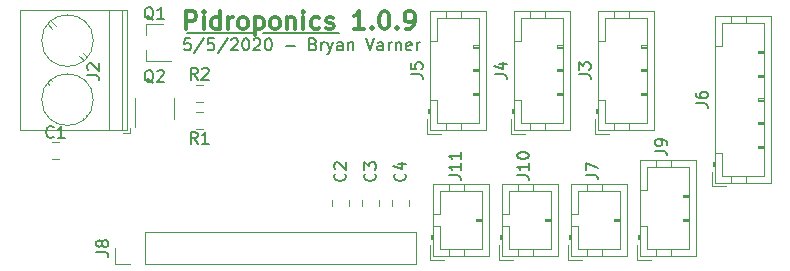
<source format=gto>
G04 #@! TF.GenerationSoftware,KiCad,Pcbnew,5.1.5+dfsg1-2build2*
G04 #@! TF.CreationDate,2020-05-27T11:23:31-04:00*
G04 #@! TF.ProjectId,pidroponic_uHAT,70696472-6f70-46f6-9e69-635f75484154,1.0*
G04 #@! TF.SameCoordinates,Original*
G04 #@! TF.FileFunction,Legend,Top*
G04 #@! TF.FilePolarity,Positive*
%FSLAX46Y46*%
G04 Gerber Fmt 4.6, Leading zero omitted, Abs format (unit mm)*
G04 Created by KiCad (PCBNEW 5.1.5+dfsg1-2build2) date 2020-05-27 11:23:31*
%MOMM*%
%LPD*%
G04 APERTURE LIST*
%ADD10C,0.150000*%
%ADD11C,0.375000*%
%ADD12C,0.120000*%
G04 APERTURE END LIST*
D10*
X138624986Y-100598788D02*
X145035000Y-100600500D01*
X132169388Y-100595847D02*
X137742542Y-100595847D01*
X132431428Y-101068880D02*
X131955238Y-101068880D01*
X131907619Y-101545071D01*
X131955238Y-101497452D01*
X132050476Y-101449833D01*
X132288571Y-101449833D01*
X132383809Y-101497452D01*
X132431428Y-101545071D01*
X132479047Y-101640309D01*
X132479047Y-101878404D01*
X132431428Y-101973642D01*
X132383809Y-102021261D01*
X132288571Y-102068880D01*
X132050476Y-102068880D01*
X131955238Y-102021261D01*
X131907619Y-101973642D01*
X133621904Y-101021261D02*
X132764761Y-102306976D01*
X134431428Y-101068880D02*
X133955238Y-101068880D01*
X133907619Y-101545071D01*
X133955238Y-101497452D01*
X134050476Y-101449833D01*
X134288571Y-101449833D01*
X134383809Y-101497452D01*
X134431428Y-101545071D01*
X134479047Y-101640309D01*
X134479047Y-101878404D01*
X134431428Y-101973642D01*
X134383809Y-102021261D01*
X134288571Y-102068880D01*
X134050476Y-102068880D01*
X133955238Y-102021261D01*
X133907619Y-101973642D01*
X135621904Y-101021261D02*
X134764761Y-102306976D01*
X135907619Y-101164119D02*
X135955238Y-101116500D01*
X136050476Y-101068880D01*
X136288571Y-101068880D01*
X136383809Y-101116500D01*
X136431428Y-101164119D01*
X136479047Y-101259357D01*
X136479047Y-101354595D01*
X136431428Y-101497452D01*
X135860000Y-102068880D01*
X136479047Y-102068880D01*
X137098095Y-101068880D02*
X137193333Y-101068880D01*
X137288571Y-101116500D01*
X137336190Y-101164119D01*
X137383809Y-101259357D01*
X137431428Y-101449833D01*
X137431428Y-101687928D01*
X137383809Y-101878404D01*
X137336190Y-101973642D01*
X137288571Y-102021261D01*
X137193333Y-102068880D01*
X137098095Y-102068880D01*
X137002857Y-102021261D01*
X136955238Y-101973642D01*
X136907619Y-101878404D01*
X136860000Y-101687928D01*
X136860000Y-101449833D01*
X136907619Y-101259357D01*
X136955238Y-101164119D01*
X137002857Y-101116500D01*
X137098095Y-101068880D01*
X137812380Y-101164119D02*
X137860000Y-101116500D01*
X137955238Y-101068880D01*
X138193333Y-101068880D01*
X138288571Y-101116500D01*
X138336190Y-101164119D01*
X138383809Y-101259357D01*
X138383809Y-101354595D01*
X138336190Y-101497452D01*
X137764761Y-102068880D01*
X138383809Y-102068880D01*
X139002857Y-101068880D02*
X139098095Y-101068880D01*
X139193333Y-101116500D01*
X139240952Y-101164119D01*
X139288571Y-101259357D01*
X139336190Y-101449833D01*
X139336190Y-101687928D01*
X139288571Y-101878404D01*
X139240952Y-101973642D01*
X139193333Y-102021261D01*
X139098095Y-102068880D01*
X139002857Y-102068880D01*
X138907619Y-102021261D01*
X138860000Y-101973642D01*
X138812380Y-101878404D01*
X138764761Y-101687928D01*
X138764761Y-101449833D01*
X138812380Y-101259357D01*
X138860000Y-101164119D01*
X138907619Y-101116500D01*
X139002857Y-101068880D01*
X140526666Y-101687928D02*
X141288571Y-101687928D01*
X142860000Y-101545071D02*
X143002857Y-101592690D01*
X143050476Y-101640309D01*
X143098095Y-101735547D01*
X143098095Y-101878404D01*
X143050476Y-101973642D01*
X143002857Y-102021261D01*
X142907619Y-102068880D01*
X142526666Y-102068880D01*
X142526666Y-101068880D01*
X142860000Y-101068880D01*
X142955238Y-101116500D01*
X143002857Y-101164119D01*
X143050476Y-101259357D01*
X143050476Y-101354595D01*
X143002857Y-101449833D01*
X142955238Y-101497452D01*
X142860000Y-101545071D01*
X142526666Y-101545071D01*
X143526666Y-102068880D02*
X143526666Y-101402214D01*
X143526666Y-101592690D02*
X143574285Y-101497452D01*
X143621904Y-101449833D01*
X143717142Y-101402214D01*
X143812380Y-101402214D01*
X144050476Y-101402214D02*
X144288571Y-102068880D01*
X144526666Y-101402214D02*
X144288571Y-102068880D01*
X144193333Y-102306976D01*
X144145714Y-102354595D01*
X144050476Y-102402214D01*
X145336190Y-102068880D02*
X145336190Y-101545071D01*
X145288571Y-101449833D01*
X145193333Y-101402214D01*
X145002857Y-101402214D01*
X144907619Y-101449833D01*
X145336190Y-102021261D02*
X145240952Y-102068880D01*
X145002857Y-102068880D01*
X144907619Y-102021261D01*
X144860000Y-101926023D01*
X144860000Y-101830785D01*
X144907619Y-101735547D01*
X145002857Y-101687928D01*
X145240952Y-101687928D01*
X145336190Y-101640309D01*
X145812380Y-101402214D02*
X145812380Y-102068880D01*
X145812380Y-101497452D02*
X145860000Y-101449833D01*
X145955238Y-101402214D01*
X146098095Y-101402214D01*
X146193333Y-101449833D01*
X146240952Y-101545071D01*
X146240952Y-102068880D01*
X147336190Y-101068880D02*
X147669523Y-102068880D01*
X148002857Y-101068880D01*
X148764761Y-102068880D02*
X148764761Y-101545071D01*
X148717142Y-101449833D01*
X148621904Y-101402214D01*
X148431428Y-101402214D01*
X148336190Y-101449833D01*
X148764761Y-102021261D02*
X148669523Y-102068880D01*
X148431428Y-102068880D01*
X148336190Y-102021261D01*
X148288571Y-101926023D01*
X148288571Y-101830785D01*
X148336190Y-101735547D01*
X148431428Y-101687928D01*
X148669523Y-101687928D01*
X148764761Y-101640309D01*
X149240952Y-102068880D02*
X149240952Y-101402214D01*
X149240952Y-101592690D02*
X149288571Y-101497452D01*
X149336190Y-101449833D01*
X149431428Y-101402214D01*
X149526666Y-101402214D01*
X149860000Y-101402214D02*
X149860000Y-102068880D01*
X149860000Y-101497452D02*
X149907619Y-101449833D01*
X150002857Y-101402214D01*
X150145714Y-101402214D01*
X150240952Y-101449833D01*
X150288571Y-101545071D01*
X150288571Y-102068880D01*
X151145714Y-102021261D02*
X151050476Y-102068880D01*
X150860000Y-102068880D01*
X150764761Y-102021261D01*
X150717142Y-101926023D01*
X150717142Y-101545071D01*
X150764761Y-101449833D01*
X150860000Y-101402214D01*
X151050476Y-101402214D01*
X151145714Y-101449833D01*
X151193333Y-101545071D01*
X151193333Y-101640309D01*
X150717142Y-101735547D01*
X151621904Y-102068880D02*
X151621904Y-101402214D01*
X151621904Y-101592690D02*
X151669523Y-101497452D01*
X151717142Y-101449833D01*
X151812380Y-101402214D01*
X151907619Y-101402214D01*
D11*
X132090142Y-100263071D02*
X132090142Y-98763071D01*
X132661571Y-98763071D01*
X132804428Y-98834500D01*
X132875857Y-98905928D01*
X132947285Y-99048785D01*
X132947285Y-99263071D01*
X132875857Y-99405928D01*
X132804428Y-99477357D01*
X132661571Y-99548785D01*
X132090142Y-99548785D01*
X133590142Y-100263071D02*
X133590142Y-99263071D01*
X133590142Y-98763071D02*
X133518714Y-98834500D01*
X133590142Y-98905928D01*
X133661571Y-98834500D01*
X133590142Y-98763071D01*
X133590142Y-98905928D01*
X134947285Y-100263071D02*
X134947285Y-98763071D01*
X134947285Y-100191642D02*
X134804428Y-100263071D01*
X134518714Y-100263071D01*
X134375857Y-100191642D01*
X134304428Y-100120214D01*
X134233000Y-99977357D01*
X134233000Y-99548785D01*
X134304428Y-99405928D01*
X134375857Y-99334500D01*
X134518714Y-99263071D01*
X134804428Y-99263071D01*
X134947285Y-99334500D01*
X135661571Y-100263071D02*
X135661571Y-99263071D01*
X135661571Y-99548785D02*
X135733000Y-99405928D01*
X135804428Y-99334500D01*
X135947285Y-99263071D01*
X136090142Y-99263071D01*
X136804428Y-100263071D02*
X136661571Y-100191642D01*
X136590142Y-100120214D01*
X136518714Y-99977357D01*
X136518714Y-99548785D01*
X136590142Y-99405928D01*
X136661571Y-99334500D01*
X136804428Y-99263071D01*
X137018714Y-99263071D01*
X137161571Y-99334500D01*
X137233000Y-99405928D01*
X137304428Y-99548785D01*
X137304428Y-99977357D01*
X137233000Y-100120214D01*
X137161571Y-100191642D01*
X137018714Y-100263071D01*
X136804428Y-100263071D01*
X137947285Y-99263071D02*
X137947285Y-100763071D01*
X137947285Y-99334500D02*
X138090142Y-99263071D01*
X138375857Y-99263071D01*
X138518714Y-99334500D01*
X138590142Y-99405928D01*
X138661571Y-99548785D01*
X138661571Y-99977357D01*
X138590142Y-100120214D01*
X138518714Y-100191642D01*
X138375857Y-100263071D01*
X138090142Y-100263071D01*
X137947285Y-100191642D01*
X139518714Y-100263071D02*
X139375857Y-100191642D01*
X139304428Y-100120214D01*
X139233000Y-99977357D01*
X139233000Y-99548785D01*
X139304428Y-99405928D01*
X139375857Y-99334500D01*
X139518714Y-99263071D01*
X139733000Y-99263071D01*
X139875857Y-99334500D01*
X139947285Y-99405928D01*
X140018714Y-99548785D01*
X140018714Y-99977357D01*
X139947285Y-100120214D01*
X139875857Y-100191642D01*
X139733000Y-100263071D01*
X139518714Y-100263071D01*
X140661571Y-99263071D02*
X140661571Y-100263071D01*
X140661571Y-99405928D02*
X140733000Y-99334500D01*
X140875857Y-99263071D01*
X141090142Y-99263071D01*
X141233000Y-99334500D01*
X141304428Y-99477357D01*
X141304428Y-100263071D01*
X142018714Y-100263071D02*
X142018714Y-99263071D01*
X142018714Y-98763071D02*
X141947285Y-98834500D01*
X142018714Y-98905928D01*
X142090142Y-98834500D01*
X142018714Y-98763071D01*
X142018714Y-98905928D01*
X143375857Y-100191642D02*
X143233000Y-100263071D01*
X142947285Y-100263071D01*
X142804428Y-100191642D01*
X142733000Y-100120214D01*
X142661571Y-99977357D01*
X142661571Y-99548785D01*
X142733000Y-99405928D01*
X142804428Y-99334500D01*
X142947285Y-99263071D01*
X143233000Y-99263071D01*
X143375857Y-99334500D01*
X143947285Y-100191642D02*
X144090142Y-100263071D01*
X144375857Y-100263071D01*
X144518714Y-100191642D01*
X144590142Y-100048785D01*
X144590142Y-99977357D01*
X144518714Y-99834500D01*
X144375857Y-99763071D01*
X144161571Y-99763071D01*
X144018714Y-99691642D01*
X143947285Y-99548785D01*
X143947285Y-99477357D01*
X144018714Y-99334500D01*
X144161571Y-99263071D01*
X144375857Y-99263071D01*
X144518714Y-99334500D01*
X147161571Y-100263071D02*
X146304428Y-100263071D01*
X146733000Y-100263071D02*
X146733000Y-98763071D01*
X146590142Y-98977357D01*
X146447285Y-99120214D01*
X146304428Y-99191642D01*
X147804428Y-100120214D02*
X147875857Y-100191642D01*
X147804428Y-100263071D01*
X147733000Y-100191642D01*
X147804428Y-100120214D01*
X147804428Y-100263071D01*
X148804428Y-98763071D02*
X148947285Y-98763071D01*
X149090142Y-98834500D01*
X149161571Y-98905928D01*
X149233000Y-99048785D01*
X149304428Y-99334500D01*
X149304428Y-99691642D01*
X149233000Y-99977357D01*
X149161571Y-100120214D01*
X149090142Y-100191642D01*
X148947285Y-100263071D01*
X148804428Y-100263071D01*
X148661571Y-100191642D01*
X148590142Y-100120214D01*
X148518714Y-99977357D01*
X148447285Y-99691642D01*
X148447285Y-99334500D01*
X148518714Y-99048785D01*
X148590142Y-98905928D01*
X148661571Y-98834500D01*
X148804428Y-98763071D01*
X149947285Y-100120214D02*
X150018714Y-100191642D01*
X149947285Y-100263071D01*
X149875857Y-100191642D01*
X149947285Y-100120214D01*
X149947285Y-100263071D01*
X150733000Y-100263071D02*
X151018714Y-100263071D01*
X151161571Y-100191642D01*
X151233000Y-100120214D01*
X151375857Y-99905928D01*
X151447285Y-99620214D01*
X151447285Y-99048785D01*
X151375857Y-98905928D01*
X151304428Y-98834500D01*
X151161571Y-98763071D01*
X150875857Y-98763071D01*
X150733000Y-98834500D01*
X150661571Y-98905928D01*
X150590142Y-99048785D01*
X150590142Y-99405928D01*
X150661571Y-99548785D01*
X150733000Y-99620214D01*
X150875857Y-99691642D01*
X151161571Y-99691642D01*
X151304428Y-99620214D01*
X151375857Y-99548785D01*
X151447285Y-99405928D01*
D12*
X126052000Y-120148000D02*
X126052000Y-118818000D01*
X127382000Y-120148000D02*
X126052000Y-120148000D01*
X128652000Y-120148000D02*
X128652000Y-117488000D01*
X128652000Y-117488000D02*
X151572000Y-117488000D01*
X128652000Y-120148000D02*
X151572000Y-120148000D01*
X151572000Y-120148000D02*
X151572000Y-117488000D01*
X132965422Y-106454000D02*
X133482578Y-106454000D01*
X132965422Y-105034000D02*
X133482578Y-105034000D01*
X152704000Y-119788000D02*
X153954000Y-119788000D01*
X152704000Y-118538000D02*
X152704000Y-119788000D01*
X157114000Y-116428000D02*
X156614000Y-116428000D01*
X156614000Y-116328000D02*
X157114000Y-116328000D01*
X156614000Y-116528000D02*
X156614000Y-116328000D01*
X157114000Y-116528000D02*
X156614000Y-116528000D01*
X155614000Y-113368000D02*
X155614000Y-113978000D01*
X154314000Y-113368000D02*
X154314000Y-113978000D01*
X155614000Y-119488000D02*
X155614000Y-118878000D01*
X154314000Y-119488000D02*
X154314000Y-118878000D01*
X153614000Y-115928000D02*
X153004000Y-115928000D01*
X153614000Y-113978000D02*
X153614000Y-115928000D01*
X157114000Y-113978000D02*
X153614000Y-113978000D01*
X157114000Y-118878000D02*
X157114000Y-113978000D01*
X153614000Y-118878000D02*
X157114000Y-118878000D01*
X153614000Y-116928000D02*
X153614000Y-118878000D01*
X153004000Y-116928000D02*
X153614000Y-116928000D01*
X152904000Y-117728000D02*
X152904000Y-118028000D01*
X152804000Y-118028000D02*
X153004000Y-118028000D01*
X152804000Y-117728000D02*
X152804000Y-118028000D01*
X153004000Y-117728000D02*
X152804000Y-117728000D01*
X153004000Y-113368000D02*
X153004000Y-119488000D01*
X157724000Y-113368000D02*
X153004000Y-113368000D01*
X157724000Y-119488000D02*
X157724000Y-113368000D01*
X153004000Y-119488000D02*
X157724000Y-119488000D01*
X158546000Y-119788000D02*
X159796000Y-119788000D01*
X158546000Y-118538000D02*
X158546000Y-119788000D01*
X162956000Y-116428000D02*
X162456000Y-116428000D01*
X162456000Y-116328000D02*
X162956000Y-116328000D01*
X162456000Y-116528000D02*
X162456000Y-116328000D01*
X162956000Y-116528000D02*
X162456000Y-116528000D01*
X161456000Y-113368000D02*
X161456000Y-113978000D01*
X160156000Y-113368000D02*
X160156000Y-113978000D01*
X161456000Y-119488000D02*
X161456000Y-118878000D01*
X160156000Y-119488000D02*
X160156000Y-118878000D01*
X159456000Y-115928000D02*
X158846000Y-115928000D01*
X159456000Y-113978000D02*
X159456000Y-115928000D01*
X162956000Y-113978000D02*
X159456000Y-113978000D01*
X162956000Y-118878000D02*
X162956000Y-113978000D01*
X159456000Y-118878000D02*
X162956000Y-118878000D01*
X159456000Y-116928000D02*
X159456000Y-118878000D01*
X158846000Y-116928000D02*
X159456000Y-116928000D01*
X158746000Y-117728000D02*
X158746000Y-118028000D01*
X158646000Y-118028000D02*
X158846000Y-118028000D01*
X158646000Y-117728000D02*
X158646000Y-118028000D01*
X158846000Y-117728000D02*
X158646000Y-117728000D01*
X158846000Y-113368000D02*
X158846000Y-119488000D01*
X163566000Y-113368000D02*
X158846000Y-113368000D01*
X163566000Y-119488000D02*
X163566000Y-113368000D01*
X158846000Y-119488000D02*
X163566000Y-119488000D01*
X170230000Y-119788000D02*
X171480000Y-119788000D01*
X170230000Y-118538000D02*
X170230000Y-119788000D01*
X174640000Y-114428000D02*
X174140000Y-114428000D01*
X174140000Y-114328000D02*
X174640000Y-114328000D01*
X174140000Y-114528000D02*
X174140000Y-114328000D01*
X174640000Y-114528000D02*
X174140000Y-114528000D01*
X174640000Y-116428000D02*
X174140000Y-116428000D01*
X174140000Y-116328000D02*
X174640000Y-116328000D01*
X174140000Y-116528000D02*
X174140000Y-116328000D01*
X174640000Y-116528000D02*
X174140000Y-116528000D01*
X173140000Y-111368000D02*
X173140000Y-111978000D01*
X171840000Y-111368000D02*
X171840000Y-111978000D01*
X173140000Y-119488000D02*
X173140000Y-118878000D01*
X171840000Y-119488000D02*
X171840000Y-118878000D01*
X171140000Y-113928000D02*
X170530000Y-113928000D01*
X171140000Y-111978000D02*
X171140000Y-113928000D01*
X174640000Y-111978000D02*
X171140000Y-111978000D01*
X174640000Y-118878000D02*
X174640000Y-111978000D01*
X171140000Y-118878000D02*
X174640000Y-118878000D01*
X171140000Y-116928000D02*
X171140000Y-118878000D01*
X170530000Y-116928000D02*
X171140000Y-116928000D01*
X170430000Y-117728000D02*
X170430000Y-118028000D01*
X170330000Y-118028000D02*
X170530000Y-118028000D01*
X170330000Y-117728000D02*
X170330000Y-118028000D01*
X170530000Y-117728000D02*
X170330000Y-117728000D01*
X170530000Y-111368000D02*
X170530000Y-119488000D01*
X175250000Y-111368000D02*
X170530000Y-111368000D01*
X175250000Y-119488000D02*
X175250000Y-111368000D01*
X170530000Y-119488000D02*
X175250000Y-119488000D01*
X164388000Y-119788000D02*
X165638000Y-119788000D01*
X164388000Y-118538000D02*
X164388000Y-119788000D01*
X168798000Y-116428000D02*
X168298000Y-116428000D01*
X168298000Y-116328000D02*
X168798000Y-116328000D01*
X168298000Y-116528000D02*
X168298000Y-116328000D01*
X168798000Y-116528000D02*
X168298000Y-116528000D01*
X167298000Y-113368000D02*
X167298000Y-113978000D01*
X165998000Y-113368000D02*
X165998000Y-113978000D01*
X167298000Y-119488000D02*
X167298000Y-118878000D01*
X165998000Y-119488000D02*
X165998000Y-118878000D01*
X165298000Y-115928000D02*
X164688000Y-115928000D01*
X165298000Y-113978000D02*
X165298000Y-115928000D01*
X168798000Y-113978000D02*
X165298000Y-113978000D01*
X168798000Y-118878000D02*
X168798000Y-113978000D01*
X165298000Y-118878000D02*
X168798000Y-118878000D01*
X165298000Y-116928000D02*
X165298000Y-118878000D01*
X164688000Y-116928000D02*
X165298000Y-116928000D01*
X164588000Y-117728000D02*
X164588000Y-118028000D01*
X164488000Y-118028000D02*
X164688000Y-118028000D01*
X164488000Y-117728000D02*
X164488000Y-118028000D01*
X164688000Y-117728000D02*
X164488000Y-117728000D01*
X164688000Y-113368000D02*
X164688000Y-119488000D01*
X169408000Y-113368000D02*
X164688000Y-113368000D01*
X169408000Y-119488000D02*
X169408000Y-113368000D01*
X164688000Y-119488000D02*
X169408000Y-119488000D01*
X150952000Y-115273578D02*
X150952000Y-114756422D01*
X149532000Y-115273578D02*
X149532000Y-114756422D01*
X148412000Y-115273578D02*
X148412000Y-114756422D01*
X146992000Y-115273578D02*
X146992000Y-114756422D01*
X145872000Y-115273578D02*
X145872000Y-114756422D01*
X144452000Y-115273578D02*
X144452000Y-114756422D01*
X121290578Y-109860000D02*
X120773422Y-109860000D01*
X121290578Y-111280000D02*
X120773422Y-111280000D01*
X128654000Y-99846000D02*
X130114000Y-99846000D01*
X128654000Y-103006000D02*
X130814000Y-103006000D01*
X128654000Y-103006000D02*
X128654000Y-102076000D01*
X128654000Y-99846000D02*
X128654000Y-100776000D01*
X124228000Y-106252000D02*
G75*
G03X124228000Y-106252000I-2180000J0D01*
G01*
X124228000Y-101252000D02*
G75*
G03X124228000Y-101252000I-2180000J0D01*
G01*
X126648000Y-108812000D02*
X126648000Y-98692000D01*
X125548000Y-108812000D02*
X125548000Y-98692000D01*
X117988000Y-108812000D02*
X117988000Y-98692000D01*
X127108000Y-108812000D02*
X127108000Y-98692000D01*
X117988000Y-108812000D02*
X127108000Y-108812000D01*
X117988000Y-98692000D02*
X127108000Y-98692000D01*
X120660000Y-104598000D02*
X120767000Y-104705000D01*
X123595000Y-107534000D02*
X123702000Y-107640000D01*
X120394000Y-104864000D02*
X120501000Y-104971000D01*
X123329000Y-107800000D02*
X123436000Y-107906000D01*
X120660000Y-99598000D02*
X121056000Y-99993000D01*
X123322000Y-102259000D02*
X123702000Y-102639000D01*
X120394000Y-99864000D02*
X120774000Y-100244000D01*
X123040000Y-102510000D02*
X123436000Y-102905000D01*
X126708000Y-109052000D02*
X127348000Y-109052000D01*
X127348000Y-109052000D02*
X127348000Y-108652000D01*
X166674000Y-109120000D02*
X167924000Y-109120000D01*
X166674000Y-107870000D02*
X166674000Y-109120000D01*
X171084000Y-101760000D02*
X170584000Y-101760000D01*
X170584000Y-101660000D02*
X171084000Y-101660000D01*
X170584000Y-101860000D02*
X170584000Y-101660000D01*
X171084000Y-101860000D02*
X170584000Y-101860000D01*
X171084000Y-103760000D02*
X170584000Y-103760000D01*
X170584000Y-103660000D02*
X171084000Y-103660000D01*
X170584000Y-103860000D02*
X170584000Y-103660000D01*
X171084000Y-103860000D02*
X170584000Y-103860000D01*
X171084000Y-105760000D02*
X170584000Y-105760000D01*
X170584000Y-105660000D02*
X171084000Y-105660000D01*
X170584000Y-105860000D02*
X170584000Y-105660000D01*
X171084000Y-105860000D02*
X170584000Y-105860000D01*
X169584000Y-98700000D02*
X169584000Y-99310000D01*
X168284000Y-98700000D02*
X168284000Y-99310000D01*
X169584000Y-108820000D02*
X169584000Y-108210000D01*
X168284000Y-108820000D02*
X168284000Y-108210000D01*
X167584000Y-101260000D02*
X166974000Y-101260000D01*
X167584000Y-99310000D02*
X167584000Y-101260000D01*
X171084000Y-99310000D02*
X167584000Y-99310000D01*
X171084000Y-108210000D02*
X171084000Y-99310000D01*
X167584000Y-108210000D02*
X171084000Y-108210000D01*
X167584000Y-106260000D02*
X167584000Y-108210000D01*
X166974000Y-106260000D02*
X167584000Y-106260000D01*
X166874000Y-107060000D02*
X166874000Y-107360000D01*
X166774000Y-107360000D02*
X166974000Y-107360000D01*
X166774000Y-107060000D02*
X166774000Y-107360000D01*
X166974000Y-107060000D02*
X166774000Y-107060000D01*
X166974000Y-98700000D02*
X166974000Y-108820000D01*
X171694000Y-98700000D02*
X166974000Y-98700000D01*
X171694000Y-108820000D02*
X171694000Y-98700000D01*
X166974000Y-108820000D02*
X171694000Y-108820000D01*
X152450000Y-109120000D02*
X153700000Y-109120000D01*
X152450000Y-107870000D02*
X152450000Y-109120000D01*
X156860000Y-101760000D02*
X156360000Y-101760000D01*
X156360000Y-101660000D02*
X156860000Y-101660000D01*
X156360000Y-101860000D02*
X156360000Y-101660000D01*
X156860000Y-101860000D02*
X156360000Y-101860000D01*
X156860000Y-103760000D02*
X156360000Y-103760000D01*
X156360000Y-103660000D02*
X156860000Y-103660000D01*
X156360000Y-103860000D02*
X156360000Y-103660000D01*
X156860000Y-103860000D02*
X156360000Y-103860000D01*
X156860000Y-105760000D02*
X156360000Y-105760000D01*
X156360000Y-105660000D02*
X156860000Y-105660000D01*
X156360000Y-105860000D02*
X156360000Y-105660000D01*
X156860000Y-105860000D02*
X156360000Y-105860000D01*
X155360000Y-98700000D02*
X155360000Y-99310000D01*
X154060000Y-98700000D02*
X154060000Y-99310000D01*
X155360000Y-108820000D02*
X155360000Y-108210000D01*
X154060000Y-108820000D02*
X154060000Y-108210000D01*
X153360000Y-101260000D02*
X152750000Y-101260000D01*
X153360000Y-99310000D02*
X153360000Y-101260000D01*
X156860000Y-99310000D02*
X153360000Y-99310000D01*
X156860000Y-108210000D02*
X156860000Y-99310000D01*
X153360000Y-108210000D02*
X156860000Y-108210000D01*
X153360000Y-106260000D02*
X153360000Y-108210000D01*
X152750000Y-106260000D02*
X153360000Y-106260000D01*
X152650000Y-107060000D02*
X152650000Y-107360000D01*
X152550000Y-107360000D02*
X152750000Y-107360000D01*
X152550000Y-107060000D02*
X152550000Y-107360000D01*
X152750000Y-107060000D02*
X152550000Y-107060000D01*
X152750000Y-98700000D02*
X152750000Y-108820000D01*
X157470000Y-98700000D02*
X152750000Y-98700000D01*
X157470000Y-108820000D02*
X157470000Y-98700000D01*
X152750000Y-108820000D02*
X157470000Y-108820000D01*
X176580000Y-113596000D02*
X177830000Y-113596000D01*
X176580000Y-112346000D02*
X176580000Y-113596000D01*
X180990000Y-102236000D02*
X180490000Y-102236000D01*
X180490000Y-102136000D02*
X180990000Y-102136000D01*
X180490000Y-102336000D02*
X180490000Y-102136000D01*
X180990000Y-102336000D02*
X180490000Y-102336000D01*
X180990000Y-104236000D02*
X180490000Y-104236000D01*
X180490000Y-104136000D02*
X180990000Y-104136000D01*
X180490000Y-104336000D02*
X180490000Y-104136000D01*
X180990000Y-104336000D02*
X180490000Y-104336000D01*
X180990000Y-106236000D02*
X180490000Y-106236000D01*
X180490000Y-106136000D02*
X180990000Y-106136000D01*
X180490000Y-106336000D02*
X180490000Y-106136000D01*
X180990000Y-106336000D02*
X180490000Y-106336000D01*
X180990000Y-108236000D02*
X180490000Y-108236000D01*
X180490000Y-108136000D02*
X180990000Y-108136000D01*
X180490000Y-108336000D02*
X180490000Y-108136000D01*
X180990000Y-108336000D02*
X180490000Y-108336000D01*
X180990000Y-110236000D02*
X180490000Y-110236000D01*
X180490000Y-110136000D02*
X180990000Y-110136000D01*
X180490000Y-110336000D02*
X180490000Y-110136000D01*
X180990000Y-110336000D02*
X180490000Y-110336000D01*
X179490000Y-99176000D02*
X179490000Y-99786000D01*
X178190000Y-99176000D02*
X178190000Y-99786000D01*
X179490000Y-113296000D02*
X179490000Y-112686000D01*
X178190000Y-113296000D02*
X178190000Y-112686000D01*
X177490000Y-101736000D02*
X176880000Y-101736000D01*
X177490000Y-99786000D02*
X177490000Y-101736000D01*
X180990000Y-99786000D02*
X177490000Y-99786000D01*
X180990000Y-112686000D02*
X180990000Y-99786000D01*
X177490000Y-112686000D02*
X180990000Y-112686000D01*
X177490000Y-110736000D02*
X177490000Y-112686000D01*
X176880000Y-110736000D02*
X177490000Y-110736000D01*
X176780000Y-111536000D02*
X176780000Y-111836000D01*
X176680000Y-111836000D02*
X176880000Y-111836000D01*
X176680000Y-111536000D02*
X176680000Y-111836000D01*
X176880000Y-111536000D02*
X176680000Y-111536000D01*
X176880000Y-99176000D02*
X176880000Y-113296000D01*
X181600000Y-99176000D02*
X176880000Y-99176000D01*
X181600000Y-113296000D02*
X181600000Y-99176000D01*
X176880000Y-113296000D02*
X181600000Y-113296000D01*
X159562000Y-109120000D02*
X160812000Y-109120000D01*
X159562000Y-107870000D02*
X159562000Y-109120000D01*
X163972000Y-101760000D02*
X163472000Y-101760000D01*
X163472000Y-101660000D02*
X163972000Y-101660000D01*
X163472000Y-101860000D02*
X163472000Y-101660000D01*
X163972000Y-101860000D02*
X163472000Y-101860000D01*
X163972000Y-103760000D02*
X163472000Y-103760000D01*
X163472000Y-103660000D02*
X163972000Y-103660000D01*
X163472000Y-103860000D02*
X163472000Y-103660000D01*
X163972000Y-103860000D02*
X163472000Y-103860000D01*
X163972000Y-105760000D02*
X163472000Y-105760000D01*
X163472000Y-105660000D02*
X163972000Y-105660000D01*
X163472000Y-105860000D02*
X163472000Y-105660000D01*
X163972000Y-105860000D02*
X163472000Y-105860000D01*
X162472000Y-98700000D02*
X162472000Y-99310000D01*
X161172000Y-98700000D02*
X161172000Y-99310000D01*
X162472000Y-108820000D02*
X162472000Y-108210000D01*
X161172000Y-108820000D02*
X161172000Y-108210000D01*
X160472000Y-101260000D02*
X159862000Y-101260000D01*
X160472000Y-99310000D02*
X160472000Y-101260000D01*
X163972000Y-99310000D02*
X160472000Y-99310000D01*
X163972000Y-108210000D02*
X163972000Y-99310000D01*
X160472000Y-108210000D02*
X163972000Y-108210000D01*
X160472000Y-106260000D02*
X160472000Y-108210000D01*
X159862000Y-106260000D02*
X160472000Y-106260000D01*
X159762000Y-107060000D02*
X159762000Y-107360000D01*
X159662000Y-107360000D02*
X159862000Y-107360000D01*
X159662000Y-107060000D02*
X159662000Y-107360000D01*
X159862000Y-107060000D02*
X159662000Y-107060000D01*
X159862000Y-98700000D02*
X159862000Y-108820000D01*
X164582000Y-98700000D02*
X159862000Y-98700000D01*
X164582000Y-108820000D02*
X164582000Y-98700000D01*
X159862000Y-108820000D02*
X164582000Y-108820000D01*
X127804000Y-106114000D02*
X127804000Y-108564000D01*
X131024000Y-107914000D02*
X131024000Y-106114000D01*
X132965422Y-108740000D02*
X133482578Y-108740000D01*
X132965422Y-107320000D02*
X133482578Y-107320000D01*
D10*
X124504380Y-119151333D02*
X125218666Y-119151333D01*
X125361523Y-119198952D01*
X125456761Y-119294190D01*
X125504380Y-119437047D01*
X125504380Y-119532285D01*
X124932952Y-118532285D02*
X124885333Y-118627523D01*
X124837714Y-118675142D01*
X124742476Y-118722761D01*
X124694857Y-118722761D01*
X124599619Y-118675142D01*
X124552000Y-118627523D01*
X124504380Y-118532285D01*
X124504380Y-118341809D01*
X124552000Y-118246571D01*
X124599619Y-118198952D01*
X124694857Y-118151333D01*
X124742476Y-118151333D01*
X124837714Y-118198952D01*
X124885333Y-118246571D01*
X124932952Y-118341809D01*
X124932952Y-118532285D01*
X124980571Y-118627523D01*
X125028190Y-118675142D01*
X125123428Y-118722761D01*
X125313904Y-118722761D01*
X125409142Y-118675142D01*
X125456761Y-118627523D01*
X125504380Y-118532285D01*
X125504380Y-118341809D01*
X125456761Y-118246571D01*
X125409142Y-118198952D01*
X125313904Y-118151333D01*
X125123428Y-118151333D01*
X125028190Y-118198952D01*
X124980571Y-118246571D01*
X124932952Y-118341809D01*
X133057333Y-104546380D02*
X132724000Y-104070190D01*
X132485904Y-104546380D02*
X132485904Y-103546380D01*
X132866857Y-103546380D01*
X132962095Y-103594000D01*
X133009714Y-103641619D01*
X133057333Y-103736857D01*
X133057333Y-103879714D01*
X133009714Y-103974952D01*
X132962095Y-104022571D01*
X132866857Y-104070190D01*
X132485904Y-104070190D01*
X133438285Y-103641619D02*
X133485904Y-103594000D01*
X133581142Y-103546380D01*
X133819238Y-103546380D01*
X133914476Y-103594000D01*
X133962095Y-103641619D01*
X134009714Y-103736857D01*
X134009714Y-103832095D01*
X133962095Y-103974952D01*
X133390666Y-104546380D01*
X134009714Y-104546380D01*
X154329880Y-112649523D02*
X155044166Y-112649523D01*
X155187023Y-112697142D01*
X155282261Y-112792380D01*
X155329880Y-112935238D01*
X155329880Y-113030476D01*
X155329880Y-111649523D02*
X155329880Y-112220952D01*
X155329880Y-111935238D02*
X154329880Y-111935238D01*
X154472738Y-112030476D01*
X154567976Y-112125714D01*
X154615595Y-112220952D01*
X155329880Y-110697142D02*
X155329880Y-111268571D01*
X155329880Y-110982857D02*
X154329880Y-110982857D01*
X154472738Y-111078095D01*
X154567976Y-111173333D01*
X154615595Y-111268571D01*
X160108380Y-112649523D02*
X160822666Y-112649523D01*
X160965523Y-112697142D01*
X161060761Y-112792380D01*
X161108380Y-112935238D01*
X161108380Y-113030476D01*
X161108380Y-111649523D02*
X161108380Y-112220952D01*
X161108380Y-111935238D02*
X160108380Y-111935238D01*
X160251238Y-112030476D01*
X160346476Y-112125714D01*
X160394095Y-112220952D01*
X160108380Y-111030476D02*
X160108380Y-110935238D01*
X160156000Y-110840000D01*
X160203619Y-110792380D01*
X160298857Y-110744761D01*
X160489333Y-110697142D01*
X160727428Y-110697142D01*
X160917904Y-110744761D01*
X161013142Y-110792380D01*
X161060761Y-110840000D01*
X161108380Y-110935238D01*
X161108380Y-111030476D01*
X161060761Y-111125714D01*
X161013142Y-111173333D01*
X160917904Y-111220952D01*
X160727428Y-111268571D01*
X160489333Y-111268571D01*
X160298857Y-111220952D01*
X160203619Y-111173333D01*
X160156000Y-111125714D01*
X160108380Y-111030476D01*
X171792380Y-110585833D02*
X172506666Y-110585833D01*
X172649523Y-110633452D01*
X172744761Y-110728690D01*
X172792380Y-110871547D01*
X172792380Y-110966785D01*
X172792380Y-110062023D02*
X172792380Y-109871547D01*
X172744761Y-109776309D01*
X172697142Y-109728690D01*
X172554285Y-109633452D01*
X172363809Y-109585833D01*
X171982857Y-109585833D01*
X171887619Y-109633452D01*
X171840000Y-109681071D01*
X171792380Y-109776309D01*
X171792380Y-109966785D01*
X171840000Y-110062023D01*
X171887619Y-110109642D01*
X171982857Y-110157261D01*
X172220952Y-110157261D01*
X172316190Y-110109642D01*
X172363809Y-110062023D01*
X172411428Y-109966785D01*
X172411428Y-109776309D01*
X172363809Y-109681071D01*
X172316190Y-109633452D01*
X172220952Y-109585833D01*
X165950380Y-112617833D02*
X166664666Y-112617833D01*
X166807523Y-112665452D01*
X166902761Y-112760690D01*
X166950380Y-112903547D01*
X166950380Y-112998785D01*
X165950380Y-112236880D02*
X165950380Y-111570214D01*
X166950380Y-111998785D01*
X150599142Y-112514666D02*
X150646761Y-112562285D01*
X150694380Y-112705142D01*
X150694380Y-112800380D01*
X150646761Y-112943238D01*
X150551523Y-113038476D01*
X150456285Y-113086095D01*
X150265809Y-113133714D01*
X150122952Y-113133714D01*
X149932476Y-113086095D01*
X149837238Y-113038476D01*
X149742000Y-112943238D01*
X149694380Y-112800380D01*
X149694380Y-112705142D01*
X149742000Y-112562285D01*
X149789619Y-112514666D01*
X150027714Y-111657523D02*
X150694380Y-111657523D01*
X149646761Y-111895619D02*
X150361047Y-112133714D01*
X150361047Y-111514666D01*
X148059142Y-112514666D02*
X148106761Y-112562285D01*
X148154380Y-112705142D01*
X148154380Y-112800380D01*
X148106761Y-112943238D01*
X148011523Y-113038476D01*
X147916285Y-113086095D01*
X147725809Y-113133714D01*
X147582952Y-113133714D01*
X147392476Y-113086095D01*
X147297238Y-113038476D01*
X147202000Y-112943238D01*
X147154380Y-112800380D01*
X147154380Y-112705142D01*
X147202000Y-112562285D01*
X147249619Y-112514666D01*
X147154380Y-112181333D02*
X147154380Y-111562285D01*
X147535333Y-111895619D01*
X147535333Y-111752761D01*
X147582952Y-111657523D01*
X147630571Y-111609904D01*
X147725809Y-111562285D01*
X147963904Y-111562285D01*
X148059142Y-111609904D01*
X148106761Y-111657523D01*
X148154380Y-111752761D01*
X148154380Y-112038476D01*
X148106761Y-112133714D01*
X148059142Y-112181333D01*
X145519142Y-112514666D02*
X145566761Y-112562285D01*
X145614380Y-112705142D01*
X145614380Y-112800380D01*
X145566761Y-112943238D01*
X145471523Y-113038476D01*
X145376285Y-113086095D01*
X145185809Y-113133714D01*
X145042952Y-113133714D01*
X144852476Y-113086095D01*
X144757238Y-113038476D01*
X144662000Y-112943238D01*
X144614380Y-112800380D01*
X144614380Y-112705142D01*
X144662000Y-112562285D01*
X144709619Y-112514666D01*
X144709619Y-112133714D02*
X144662000Y-112086095D01*
X144614380Y-111990857D01*
X144614380Y-111752761D01*
X144662000Y-111657523D01*
X144709619Y-111609904D01*
X144804857Y-111562285D01*
X144900095Y-111562285D01*
X145042952Y-111609904D01*
X145614380Y-112181333D01*
X145614380Y-111562285D01*
X120865333Y-109403142D02*
X120817714Y-109450761D01*
X120674857Y-109498380D01*
X120579619Y-109498380D01*
X120436761Y-109450761D01*
X120341523Y-109355523D01*
X120293904Y-109260285D01*
X120246285Y-109069809D01*
X120246285Y-108926952D01*
X120293904Y-108736476D01*
X120341523Y-108641238D01*
X120436761Y-108546000D01*
X120579619Y-108498380D01*
X120674857Y-108498380D01*
X120817714Y-108546000D01*
X120865333Y-108593619D01*
X121817714Y-109498380D02*
X121246285Y-109498380D01*
X121532000Y-109498380D02*
X121532000Y-108498380D01*
X121436761Y-108641238D01*
X121341523Y-108736476D01*
X121246285Y-108784095D01*
X129318761Y-99497119D02*
X129223523Y-99449500D01*
X129128285Y-99354261D01*
X128985428Y-99211404D01*
X128890190Y-99163785D01*
X128794952Y-99163785D01*
X128842571Y-99401880D02*
X128747333Y-99354261D01*
X128652095Y-99259023D01*
X128604476Y-99068547D01*
X128604476Y-98735214D01*
X128652095Y-98544738D01*
X128747333Y-98449500D01*
X128842571Y-98401880D01*
X129033047Y-98401880D01*
X129128285Y-98449500D01*
X129223523Y-98544738D01*
X129271142Y-98735214D01*
X129271142Y-99068547D01*
X129223523Y-99259023D01*
X129128285Y-99354261D01*
X129033047Y-99401880D01*
X128842571Y-99401880D01*
X130223523Y-99401880D02*
X129652095Y-99401880D01*
X129937809Y-99401880D02*
X129937809Y-98401880D01*
X129842571Y-98544738D01*
X129747333Y-98639976D01*
X129652095Y-98687595D01*
X123722880Y-104172333D02*
X124437166Y-104172333D01*
X124580023Y-104219952D01*
X124675261Y-104315190D01*
X124722880Y-104458047D01*
X124722880Y-104553285D01*
X123818119Y-103743761D02*
X123770500Y-103696142D01*
X123722880Y-103600904D01*
X123722880Y-103362809D01*
X123770500Y-103267571D01*
X123818119Y-103219952D01*
X123913357Y-103172333D01*
X124008595Y-103172333D01*
X124151452Y-103219952D01*
X124722880Y-103791380D01*
X124722880Y-103172333D01*
X165336380Y-104093333D02*
X166050666Y-104093333D01*
X166193523Y-104140952D01*
X166288761Y-104236190D01*
X166336380Y-104379047D01*
X166336380Y-104474285D01*
X165336380Y-103712380D02*
X165336380Y-103093333D01*
X165717333Y-103426666D01*
X165717333Y-103283809D01*
X165764952Y-103188571D01*
X165812571Y-103140952D01*
X165907809Y-103093333D01*
X166145904Y-103093333D01*
X166241142Y-103140952D01*
X166288761Y-103188571D01*
X166336380Y-103283809D01*
X166336380Y-103569523D01*
X166288761Y-103664761D01*
X166241142Y-103712380D01*
X151112380Y-104093333D02*
X151826666Y-104093333D01*
X151969523Y-104140952D01*
X152064761Y-104236190D01*
X152112380Y-104379047D01*
X152112380Y-104474285D01*
X151112380Y-103140952D02*
X151112380Y-103617142D01*
X151588571Y-103664761D01*
X151540952Y-103617142D01*
X151493333Y-103521904D01*
X151493333Y-103283809D01*
X151540952Y-103188571D01*
X151588571Y-103140952D01*
X151683809Y-103093333D01*
X151921904Y-103093333D01*
X152017142Y-103140952D01*
X152064761Y-103188571D01*
X152112380Y-103283809D01*
X152112380Y-103521904D01*
X152064761Y-103617142D01*
X152017142Y-103664761D01*
X175242380Y-106569333D02*
X175956666Y-106569333D01*
X176099523Y-106616952D01*
X176194761Y-106712190D01*
X176242380Y-106855047D01*
X176242380Y-106950285D01*
X175242380Y-105664571D02*
X175242380Y-105855047D01*
X175290000Y-105950285D01*
X175337619Y-105997904D01*
X175480476Y-106093142D01*
X175670952Y-106140761D01*
X176051904Y-106140761D01*
X176147142Y-106093142D01*
X176194761Y-106045523D01*
X176242380Y-105950285D01*
X176242380Y-105759809D01*
X176194761Y-105664571D01*
X176147142Y-105616952D01*
X176051904Y-105569333D01*
X175813809Y-105569333D01*
X175718571Y-105616952D01*
X175670952Y-105664571D01*
X175623333Y-105759809D01*
X175623333Y-105950285D01*
X175670952Y-106045523D01*
X175718571Y-106093142D01*
X175813809Y-106140761D01*
X158224380Y-104093333D02*
X158938666Y-104093333D01*
X159081523Y-104140952D01*
X159176761Y-104236190D01*
X159224380Y-104379047D01*
X159224380Y-104474285D01*
X158557714Y-103188571D02*
X159224380Y-103188571D01*
X158176761Y-103426666D02*
X158891047Y-103664761D01*
X158891047Y-103045714D01*
X129318761Y-104831119D02*
X129223523Y-104783500D01*
X129128285Y-104688261D01*
X128985428Y-104545404D01*
X128890190Y-104497785D01*
X128794952Y-104497785D01*
X128842571Y-104735880D02*
X128747333Y-104688261D01*
X128652095Y-104593023D01*
X128604476Y-104402547D01*
X128604476Y-104069214D01*
X128652095Y-103878738D01*
X128747333Y-103783500D01*
X128842571Y-103735880D01*
X129033047Y-103735880D01*
X129128285Y-103783500D01*
X129223523Y-103878738D01*
X129271142Y-104069214D01*
X129271142Y-104402547D01*
X129223523Y-104593023D01*
X129128285Y-104688261D01*
X129033047Y-104735880D01*
X128842571Y-104735880D01*
X129652095Y-103831119D02*
X129699714Y-103783500D01*
X129794952Y-103735880D01*
X130033047Y-103735880D01*
X130128285Y-103783500D01*
X130175904Y-103831119D01*
X130223523Y-103926357D01*
X130223523Y-104021595D01*
X130175904Y-104164452D01*
X129604476Y-104735880D01*
X130223523Y-104735880D01*
X133057333Y-109982380D02*
X132724000Y-109506190D01*
X132485904Y-109982380D02*
X132485904Y-108982380D01*
X132866857Y-108982380D01*
X132962095Y-109030000D01*
X133009714Y-109077619D01*
X133057333Y-109172857D01*
X133057333Y-109315714D01*
X133009714Y-109410952D01*
X132962095Y-109458571D01*
X132866857Y-109506190D01*
X132485904Y-109506190D01*
X134009714Y-109982380D02*
X133438285Y-109982380D01*
X133724000Y-109982380D02*
X133724000Y-108982380D01*
X133628761Y-109125238D01*
X133533523Y-109220476D01*
X133438285Y-109268095D01*
M02*

</source>
